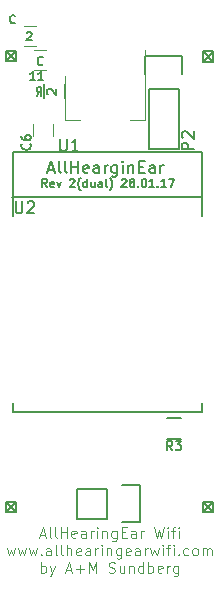
<source format=gbr>
G04 #@! TF.FileFunction,Legend,Top*
%FSLAX46Y46*%
G04 Gerber Fmt 4.6, Leading zero omitted, Abs format (unit mm)*
G04 Created by KiCad (PCBNEW 4.0.4-stable) date 01/28/17 22:02:24*
%MOMM*%
%LPD*%
G01*
G04 APERTURE LIST*
%ADD10C,0.100000*%
%ADD11C,0.175000*%
%ADD12C,0.125000*%
%ADD13C,0.127000*%
%ADD14C,0.152400*%
%ADD15C,0.150000*%
%ADD16C,0.120000*%
G04 APERTURE END LIST*
D10*
D11*
X145346667Y-62140000D02*
X145313333Y-62106667D01*
X145213333Y-62073333D01*
X145146667Y-62073333D01*
X145046667Y-62106667D01*
X144980000Y-62173333D01*
X144946667Y-62240000D01*
X144913333Y-62373333D01*
X144913333Y-62473333D01*
X144946667Y-62606667D01*
X144980000Y-62673333D01*
X145046667Y-62740000D01*
X145146667Y-62773333D01*
X145213333Y-62773333D01*
X145313333Y-62740000D01*
X145346667Y-62706667D01*
X142986667Y-58630000D02*
X142953333Y-58596667D01*
X142853333Y-58563333D01*
X142786667Y-58563333D01*
X142686667Y-58596667D01*
X142620000Y-58663333D01*
X142586667Y-58730000D01*
X142553333Y-58863333D01*
X142553333Y-58963333D01*
X142586667Y-59096667D01*
X142620000Y-59163333D01*
X142686667Y-59230000D01*
X142786667Y-59263333D01*
X142853333Y-59263333D01*
X142953333Y-59230000D01*
X142986667Y-59196667D01*
X144823333Y-65386667D02*
X145056667Y-65053333D01*
X145223333Y-65386667D02*
X145223333Y-64686667D01*
X144956667Y-64686667D01*
X144890000Y-64720000D01*
X144856667Y-64753333D01*
X144823333Y-64820000D01*
X144823333Y-64920000D01*
X144856667Y-64986667D01*
X144890000Y-65020000D01*
X144956667Y-65053333D01*
X145223333Y-65053333D01*
D12*
X145117143Y-102555000D02*
X145545714Y-102555000D01*
X145031428Y-102812143D02*
X145331428Y-101912143D01*
X145631428Y-102812143D01*
X146060000Y-102812143D02*
X145974286Y-102769286D01*
X145931429Y-102683571D01*
X145931429Y-101912143D01*
X146531429Y-102812143D02*
X146445715Y-102769286D01*
X146402858Y-102683571D01*
X146402858Y-101912143D01*
X146874287Y-102812143D02*
X146874287Y-101912143D01*
X146874287Y-102340714D02*
X147388572Y-102340714D01*
X147388572Y-102812143D02*
X147388572Y-101912143D01*
X148160001Y-102769286D02*
X148074287Y-102812143D01*
X147902858Y-102812143D01*
X147817144Y-102769286D01*
X147774287Y-102683571D01*
X147774287Y-102340714D01*
X147817144Y-102255000D01*
X147902858Y-102212143D01*
X148074287Y-102212143D01*
X148160001Y-102255000D01*
X148202858Y-102340714D01*
X148202858Y-102426429D01*
X147774287Y-102512143D01*
X148974287Y-102812143D02*
X148974287Y-102340714D01*
X148931430Y-102255000D01*
X148845716Y-102212143D01*
X148674287Y-102212143D01*
X148588573Y-102255000D01*
X148974287Y-102769286D02*
X148888573Y-102812143D01*
X148674287Y-102812143D01*
X148588573Y-102769286D01*
X148545716Y-102683571D01*
X148545716Y-102597857D01*
X148588573Y-102512143D01*
X148674287Y-102469286D01*
X148888573Y-102469286D01*
X148974287Y-102426429D01*
X149402859Y-102812143D02*
X149402859Y-102212143D01*
X149402859Y-102383571D02*
X149445716Y-102297857D01*
X149488573Y-102255000D01*
X149574287Y-102212143D01*
X149660002Y-102212143D01*
X149960002Y-102812143D02*
X149960002Y-102212143D01*
X149960002Y-101912143D02*
X149917145Y-101955000D01*
X149960002Y-101997857D01*
X150002859Y-101955000D01*
X149960002Y-101912143D01*
X149960002Y-101997857D01*
X150388573Y-102212143D02*
X150388573Y-102812143D01*
X150388573Y-102297857D02*
X150431430Y-102255000D01*
X150517144Y-102212143D01*
X150645716Y-102212143D01*
X150731430Y-102255000D01*
X150774287Y-102340714D01*
X150774287Y-102812143D01*
X151588573Y-102212143D02*
X151588573Y-102940714D01*
X151545716Y-103026429D01*
X151502859Y-103069286D01*
X151417144Y-103112143D01*
X151288573Y-103112143D01*
X151202859Y-103069286D01*
X151588573Y-102769286D02*
X151502859Y-102812143D01*
X151331430Y-102812143D01*
X151245716Y-102769286D01*
X151202859Y-102726429D01*
X151160002Y-102640714D01*
X151160002Y-102383571D01*
X151202859Y-102297857D01*
X151245716Y-102255000D01*
X151331430Y-102212143D01*
X151502859Y-102212143D01*
X151588573Y-102255000D01*
X152017145Y-102340714D02*
X152317145Y-102340714D01*
X152445716Y-102812143D02*
X152017145Y-102812143D01*
X152017145Y-101912143D01*
X152445716Y-101912143D01*
X153217145Y-102812143D02*
X153217145Y-102340714D01*
X153174288Y-102255000D01*
X153088574Y-102212143D01*
X152917145Y-102212143D01*
X152831431Y-102255000D01*
X153217145Y-102769286D02*
X153131431Y-102812143D01*
X152917145Y-102812143D01*
X152831431Y-102769286D01*
X152788574Y-102683571D01*
X152788574Y-102597857D01*
X152831431Y-102512143D01*
X152917145Y-102469286D01*
X153131431Y-102469286D01*
X153217145Y-102426429D01*
X153645717Y-102812143D02*
X153645717Y-102212143D01*
X153645717Y-102383571D02*
X153688574Y-102297857D01*
X153731431Y-102255000D01*
X153817145Y-102212143D01*
X153902860Y-102212143D01*
X154802859Y-101912143D02*
X155017145Y-102812143D01*
X155188574Y-102169286D01*
X155360002Y-102812143D01*
X155574288Y-101912143D01*
X155917145Y-102812143D02*
X155917145Y-102212143D01*
X155917145Y-101912143D02*
X155874288Y-101955000D01*
X155917145Y-101997857D01*
X155960002Y-101955000D01*
X155917145Y-101912143D01*
X155917145Y-101997857D01*
X156217144Y-102212143D02*
X156560001Y-102212143D01*
X156345716Y-102812143D02*
X156345716Y-102040714D01*
X156388573Y-101955000D01*
X156474287Y-101912143D01*
X156560001Y-101912143D01*
X156860002Y-102812143D02*
X156860002Y-102212143D01*
X156860002Y-101912143D02*
X156817145Y-101955000D01*
X156860002Y-101997857D01*
X156902859Y-101955000D01*
X156860002Y-101912143D01*
X156860002Y-101997857D01*
X142288570Y-103687143D02*
X142459999Y-104287143D01*
X142631428Y-103858571D01*
X142802856Y-104287143D01*
X142974285Y-103687143D01*
X143231427Y-103687143D02*
X143402856Y-104287143D01*
X143574285Y-103858571D01*
X143745713Y-104287143D01*
X143917142Y-103687143D01*
X144174284Y-103687143D02*
X144345713Y-104287143D01*
X144517142Y-103858571D01*
X144688570Y-104287143D01*
X144859999Y-103687143D01*
X145202856Y-104201429D02*
X145245713Y-104244286D01*
X145202856Y-104287143D01*
X145159999Y-104244286D01*
X145202856Y-104201429D01*
X145202856Y-104287143D01*
X146017141Y-104287143D02*
X146017141Y-103815714D01*
X145974284Y-103730000D01*
X145888570Y-103687143D01*
X145717141Y-103687143D01*
X145631427Y-103730000D01*
X146017141Y-104244286D02*
X145931427Y-104287143D01*
X145717141Y-104287143D01*
X145631427Y-104244286D01*
X145588570Y-104158571D01*
X145588570Y-104072857D01*
X145631427Y-103987143D01*
X145717141Y-103944286D01*
X145931427Y-103944286D01*
X146017141Y-103901429D01*
X146574284Y-104287143D02*
X146488570Y-104244286D01*
X146445713Y-104158571D01*
X146445713Y-103387143D01*
X147045713Y-104287143D02*
X146959999Y-104244286D01*
X146917142Y-104158571D01*
X146917142Y-103387143D01*
X147388571Y-104287143D02*
X147388571Y-103387143D01*
X147774285Y-104287143D02*
X147774285Y-103815714D01*
X147731428Y-103730000D01*
X147645714Y-103687143D01*
X147517142Y-103687143D01*
X147431428Y-103730000D01*
X147388571Y-103772857D01*
X148545714Y-104244286D02*
X148460000Y-104287143D01*
X148288571Y-104287143D01*
X148202857Y-104244286D01*
X148160000Y-104158571D01*
X148160000Y-103815714D01*
X148202857Y-103730000D01*
X148288571Y-103687143D01*
X148460000Y-103687143D01*
X148545714Y-103730000D01*
X148588571Y-103815714D01*
X148588571Y-103901429D01*
X148160000Y-103987143D01*
X149360000Y-104287143D02*
X149360000Y-103815714D01*
X149317143Y-103730000D01*
X149231429Y-103687143D01*
X149060000Y-103687143D01*
X148974286Y-103730000D01*
X149360000Y-104244286D02*
X149274286Y-104287143D01*
X149060000Y-104287143D01*
X148974286Y-104244286D01*
X148931429Y-104158571D01*
X148931429Y-104072857D01*
X148974286Y-103987143D01*
X149060000Y-103944286D01*
X149274286Y-103944286D01*
X149360000Y-103901429D01*
X149788572Y-104287143D02*
X149788572Y-103687143D01*
X149788572Y-103858571D02*
X149831429Y-103772857D01*
X149874286Y-103730000D01*
X149960000Y-103687143D01*
X150045715Y-103687143D01*
X150345715Y-104287143D02*
X150345715Y-103687143D01*
X150345715Y-103387143D02*
X150302858Y-103430000D01*
X150345715Y-103472857D01*
X150388572Y-103430000D01*
X150345715Y-103387143D01*
X150345715Y-103472857D01*
X150774286Y-103687143D02*
X150774286Y-104287143D01*
X150774286Y-103772857D02*
X150817143Y-103730000D01*
X150902857Y-103687143D01*
X151031429Y-103687143D01*
X151117143Y-103730000D01*
X151160000Y-103815714D01*
X151160000Y-104287143D01*
X151974286Y-103687143D02*
X151974286Y-104415714D01*
X151931429Y-104501429D01*
X151888572Y-104544286D01*
X151802857Y-104587143D01*
X151674286Y-104587143D01*
X151588572Y-104544286D01*
X151974286Y-104244286D02*
X151888572Y-104287143D01*
X151717143Y-104287143D01*
X151631429Y-104244286D01*
X151588572Y-104201429D01*
X151545715Y-104115714D01*
X151545715Y-103858571D01*
X151588572Y-103772857D01*
X151631429Y-103730000D01*
X151717143Y-103687143D01*
X151888572Y-103687143D01*
X151974286Y-103730000D01*
X152745715Y-104244286D02*
X152660001Y-104287143D01*
X152488572Y-104287143D01*
X152402858Y-104244286D01*
X152360001Y-104158571D01*
X152360001Y-103815714D01*
X152402858Y-103730000D01*
X152488572Y-103687143D01*
X152660001Y-103687143D01*
X152745715Y-103730000D01*
X152788572Y-103815714D01*
X152788572Y-103901429D01*
X152360001Y-103987143D01*
X153560001Y-104287143D02*
X153560001Y-103815714D01*
X153517144Y-103730000D01*
X153431430Y-103687143D01*
X153260001Y-103687143D01*
X153174287Y-103730000D01*
X153560001Y-104244286D02*
X153474287Y-104287143D01*
X153260001Y-104287143D01*
X153174287Y-104244286D01*
X153131430Y-104158571D01*
X153131430Y-104072857D01*
X153174287Y-103987143D01*
X153260001Y-103944286D01*
X153474287Y-103944286D01*
X153560001Y-103901429D01*
X153988573Y-104287143D02*
X153988573Y-103687143D01*
X153988573Y-103858571D02*
X154031430Y-103772857D01*
X154074287Y-103730000D01*
X154160001Y-103687143D01*
X154245716Y-103687143D01*
X154460001Y-103687143D02*
X154631430Y-104287143D01*
X154802859Y-103858571D01*
X154974287Y-104287143D01*
X155145716Y-103687143D01*
X155488573Y-104287143D02*
X155488573Y-103687143D01*
X155488573Y-103387143D02*
X155445716Y-103430000D01*
X155488573Y-103472857D01*
X155531430Y-103430000D01*
X155488573Y-103387143D01*
X155488573Y-103472857D01*
X155788572Y-103687143D02*
X156131429Y-103687143D01*
X155917144Y-104287143D02*
X155917144Y-103515714D01*
X155960001Y-103430000D01*
X156045715Y-103387143D01*
X156131429Y-103387143D01*
X156431430Y-104287143D02*
X156431430Y-103687143D01*
X156431430Y-103387143D02*
X156388573Y-103430000D01*
X156431430Y-103472857D01*
X156474287Y-103430000D01*
X156431430Y-103387143D01*
X156431430Y-103472857D01*
X156860001Y-104201429D02*
X156902858Y-104244286D01*
X156860001Y-104287143D01*
X156817144Y-104244286D01*
X156860001Y-104201429D01*
X156860001Y-104287143D01*
X157674286Y-104244286D02*
X157588572Y-104287143D01*
X157417143Y-104287143D01*
X157331429Y-104244286D01*
X157288572Y-104201429D01*
X157245715Y-104115714D01*
X157245715Y-103858571D01*
X157288572Y-103772857D01*
X157331429Y-103730000D01*
X157417143Y-103687143D01*
X157588572Y-103687143D01*
X157674286Y-103730000D01*
X158188572Y-104287143D02*
X158102858Y-104244286D01*
X158060001Y-104201429D01*
X158017144Y-104115714D01*
X158017144Y-103858571D01*
X158060001Y-103772857D01*
X158102858Y-103730000D01*
X158188572Y-103687143D01*
X158317144Y-103687143D01*
X158402858Y-103730000D01*
X158445715Y-103772857D01*
X158488572Y-103858571D01*
X158488572Y-104115714D01*
X158445715Y-104201429D01*
X158402858Y-104244286D01*
X158317144Y-104287143D01*
X158188572Y-104287143D01*
X158874287Y-104287143D02*
X158874287Y-103687143D01*
X158874287Y-103772857D02*
X158917144Y-103730000D01*
X159002858Y-103687143D01*
X159131430Y-103687143D01*
X159217144Y-103730000D01*
X159260001Y-103815714D01*
X159260001Y-104287143D01*
X159260001Y-103815714D02*
X159302858Y-103730000D01*
X159388572Y-103687143D01*
X159517144Y-103687143D01*
X159602858Y-103730000D01*
X159645715Y-103815714D01*
X159645715Y-104287143D01*
X145202857Y-105762143D02*
X145202857Y-104862143D01*
X145202857Y-105205000D02*
X145288571Y-105162143D01*
X145460000Y-105162143D01*
X145545714Y-105205000D01*
X145588571Y-105247857D01*
X145631428Y-105333571D01*
X145631428Y-105590714D01*
X145588571Y-105676429D01*
X145545714Y-105719286D01*
X145460000Y-105762143D01*
X145288571Y-105762143D01*
X145202857Y-105719286D01*
X145931428Y-105162143D02*
X146145714Y-105762143D01*
X146360000Y-105162143D02*
X146145714Y-105762143D01*
X146060000Y-105976429D01*
X146017143Y-106019286D01*
X145931428Y-106062143D01*
X147345714Y-105505000D02*
X147774285Y-105505000D01*
X147259999Y-105762143D02*
X147559999Y-104862143D01*
X147859999Y-105762143D01*
X148160000Y-105419286D02*
X148845714Y-105419286D01*
X148502857Y-105762143D02*
X148502857Y-105076429D01*
X149274286Y-105762143D02*
X149274286Y-104862143D01*
X149574286Y-105505000D01*
X149874286Y-104862143D01*
X149874286Y-105762143D01*
X150945714Y-105719286D02*
X151074285Y-105762143D01*
X151288571Y-105762143D01*
X151374285Y-105719286D01*
X151417142Y-105676429D01*
X151459999Y-105590714D01*
X151459999Y-105505000D01*
X151417142Y-105419286D01*
X151374285Y-105376429D01*
X151288571Y-105333571D01*
X151117142Y-105290714D01*
X151031428Y-105247857D01*
X150988571Y-105205000D01*
X150945714Y-105119286D01*
X150945714Y-105033571D01*
X150988571Y-104947857D01*
X151031428Y-104905000D01*
X151117142Y-104862143D01*
X151331428Y-104862143D01*
X151459999Y-104905000D01*
X152231428Y-105162143D02*
X152231428Y-105762143D01*
X151845714Y-105162143D02*
X151845714Y-105633571D01*
X151888571Y-105719286D01*
X151974285Y-105762143D01*
X152102857Y-105762143D01*
X152188571Y-105719286D01*
X152231428Y-105676429D01*
X152660000Y-105162143D02*
X152660000Y-105762143D01*
X152660000Y-105247857D02*
X152702857Y-105205000D01*
X152788571Y-105162143D01*
X152917143Y-105162143D01*
X153002857Y-105205000D01*
X153045714Y-105290714D01*
X153045714Y-105762143D01*
X153860000Y-105762143D02*
X153860000Y-104862143D01*
X153860000Y-105719286D02*
X153774286Y-105762143D01*
X153602857Y-105762143D01*
X153517143Y-105719286D01*
X153474286Y-105676429D01*
X153431429Y-105590714D01*
X153431429Y-105333571D01*
X153474286Y-105247857D01*
X153517143Y-105205000D01*
X153602857Y-105162143D01*
X153774286Y-105162143D01*
X153860000Y-105205000D01*
X154288572Y-105762143D02*
X154288572Y-104862143D01*
X154288572Y-105205000D02*
X154374286Y-105162143D01*
X154545715Y-105162143D01*
X154631429Y-105205000D01*
X154674286Y-105247857D01*
X154717143Y-105333571D01*
X154717143Y-105590714D01*
X154674286Y-105676429D01*
X154631429Y-105719286D01*
X154545715Y-105762143D01*
X154374286Y-105762143D01*
X154288572Y-105719286D01*
X155445715Y-105719286D02*
X155360001Y-105762143D01*
X155188572Y-105762143D01*
X155102858Y-105719286D01*
X155060001Y-105633571D01*
X155060001Y-105290714D01*
X155102858Y-105205000D01*
X155188572Y-105162143D01*
X155360001Y-105162143D01*
X155445715Y-105205000D01*
X155488572Y-105290714D01*
X155488572Y-105376429D01*
X155060001Y-105462143D01*
X155874287Y-105762143D02*
X155874287Y-105162143D01*
X155874287Y-105333571D02*
X155917144Y-105247857D01*
X155960001Y-105205000D01*
X156045715Y-105162143D01*
X156131430Y-105162143D01*
X156817144Y-105162143D02*
X156817144Y-105890714D01*
X156774287Y-105976429D01*
X156731430Y-106019286D01*
X156645715Y-106062143D01*
X156517144Y-106062143D01*
X156431430Y-106019286D01*
X156817144Y-105719286D02*
X156731430Y-105762143D01*
X156560001Y-105762143D01*
X156474287Y-105719286D01*
X156431430Y-105676429D01*
X156388573Y-105590714D01*
X156388573Y-105333571D01*
X156431430Y-105247857D01*
X156474287Y-105205000D01*
X156560001Y-105162143D01*
X156731430Y-105162143D01*
X156817144Y-105205000D01*
D13*
X158910000Y-100660000D02*
X159785000Y-100660000D01*
X159760000Y-99810000D02*
X158910000Y-100660000D01*
D11*
X145710000Y-73126667D02*
X145476666Y-72793333D01*
X145310000Y-73126667D02*
X145310000Y-72426667D01*
X145576666Y-72426667D01*
X145643333Y-72460000D01*
X145676666Y-72493333D01*
X145710000Y-72560000D01*
X145710000Y-72660000D01*
X145676666Y-72726667D01*
X145643333Y-72760000D01*
X145576666Y-72793333D01*
X145310000Y-72793333D01*
X146276666Y-73093333D02*
X146210000Y-73126667D01*
X146076666Y-73126667D01*
X146010000Y-73093333D01*
X145976666Y-73026667D01*
X145976666Y-72760000D01*
X146010000Y-72693333D01*
X146076666Y-72660000D01*
X146210000Y-72660000D01*
X146276666Y-72693333D01*
X146310000Y-72760000D01*
X146310000Y-72826667D01*
X145976666Y-72893333D01*
X146543333Y-72660000D02*
X146710000Y-73126667D01*
X146876666Y-72660000D01*
X147643332Y-72493333D02*
X147676666Y-72460000D01*
X147743332Y-72426667D01*
X147909999Y-72426667D01*
X147976666Y-72460000D01*
X148009999Y-72493333D01*
X148043332Y-72560000D01*
X148043332Y-72626667D01*
X148009999Y-72726667D01*
X147609999Y-73126667D01*
X148043332Y-73126667D01*
X148543333Y-73393333D02*
X148509999Y-73360000D01*
X148443333Y-73260000D01*
X148409999Y-73193333D01*
X148376666Y-73093333D01*
X148343333Y-72926667D01*
X148343333Y-72793333D01*
X148376666Y-72626667D01*
X148409999Y-72526667D01*
X148443333Y-72460000D01*
X148509999Y-72360000D01*
X148543333Y-72326667D01*
X149110000Y-73126667D02*
X149110000Y-72426667D01*
X149110000Y-73093333D02*
X149043333Y-73126667D01*
X148910000Y-73126667D01*
X148843333Y-73093333D01*
X148810000Y-73060000D01*
X148776666Y-72993333D01*
X148776666Y-72793333D01*
X148810000Y-72726667D01*
X148843333Y-72693333D01*
X148910000Y-72660000D01*
X149043333Y-72660000D01*
X149110000Y-72693333D01*
X149743333Y-72660000D02*
X149743333Y-73126667D01*
X149443333Y-72660000D02*
X149443333Y-73026667D01*
X149476666Y-73093333D01*
X149543333Y-73126667D01*
X149643333Y-73126667D01*
X149709999Y-73093333D01*
X149743333Y-73060000D01*
X150376666Y-73126667D02*
X150376666Y-72760000D01*
X150343332Y-72693333D01*
X150276666Y-72660000D01*
X150143332Y-72660000D01*
X150076666Y-72693333D01*
X150376666Y-73093333D02*
X150309999Y-73126667D01*
X150143332Y-73126667D01*
X150076666Y-73093333D01*
X150043332Y-73026667D01*
X150043332Y-72960000D01*
X150076666Y-72893333D01*
X150143332Y-72860000D01*
X150309999Y-72860000D01*
X150376666Y-72826667D01*
X150809999Y-73126667D02*
X150743332Y-73093333D01*
X150709999Y-73026667D01*
X150709999Y-72426667D01*
X151009999Y-73393333D02*
X151043332Y-73360000D01*
X151109999Y-73260000D01*
X151143332Y-73193333D01*
X151176666Y-73093333D01*
X151209999Y-72926667D01*
X151209999Y-72793333D01*
X151176666Y-72626667D01*
X151143332Y-72526667D01*
X151109999Y-72460000D01*
X151043332Y-72360000D01*
X151009999Y-72326667D01*
X152043332Y-72493333D02*
X152076666Y-72460000D01*
X152143332Y-72426667D01*
X152309999Y-72426667D01*
X152376666Y-72460000D01*
X152409999Y-72493333D01*
X152443332Y-72560000D01*
X152443332Y-72626667D01*
X152409999Y-72726667D01*
X152009999Y-73126667D01*
X152443332Y-73126667D01*
X152843333Y-72726667D02*
X152776666Y-72693333D01*
X152743333Y-72660000D01*
X152709999Y-72593333D01*
X152709999Y-72560000D01*
X152743333Y-72493333D01*
X152776666Y-72460000D01*
X152843333Y-72426667D01*
X152976666Y-72426667D01*
X153043333Y-72460000D01*
X153076666Y-72493333D01*
X153109999Y-72560000D01*
X153109999Y-72593333D01*
X153076666Y-72660000D01*
X153043333Y-72693333D01*
X152976666Y-72726667D01*
X152843333Y-72726667D01*
X152776666Y-72760000D01*
X152743333Y-72793333D01*
X152709999Y-72860000D01*
X152709999Y-72993333D01*
X152743333Y-73060000D01*
X152776666Y-73093333D01*
X152843333Y-73126667D01*
X152976666Y-73126667D01*
X153043333Y-73093333D01*
X153076666Y-73060000D01*
X153109999Y-72993333D01*
X153109999Y-72860000D01*
X153076666Y-72793333D01*
X153043333Y-72760000D01*
X152976666Y-72726667D01*
X153410000Y-73060000D02*
X153443333Y-73093333D01*
X153410000Y-73126667D01*
X153376666Y-73093333D01*
X153410000Y-73060000D01*
X153410000Y-73126667D01*
X153876666Y-72426667D02*
X153943333Y-72426667D01*
X154009999Y-72460000D01*
X154043333Y-72493333D01*
X154076666Y-72560000D01*
X154109999Y-72693333D01*
X154109999Y-72860000D01*
X154076666Y-72993333D01*
X154043333Y-73060000D01*
X154009999Y-73093333D01*
X153943333Y-73126667D01*
X153876666Y-73126667D01*
X153809999Y-73093333D01*
X153776666Y-73060000D01*
X153743333Y-72993333D01*
X153709999Y-72860000D01*
X153709999Y-72693333D01*
X153743333Y-72560000D01*
X153776666Y-72493333D01*
X153809999Y-72460000D01*
X153876666Y-72426667D01*
X154776666Y-73126667D02*
X154376666Y-73126667D01*
X154576666Y-73126667D02*
X154576666Y-72426667D01*
X154510000Y-72526667D01*
X154443333Y-72593333D01*
X154376666Y-72626667D01*
X155076667Y-73060000D02*
X155110000Y-73093333D01*
X155076667Y-73126667D01*
X155043333Y-73093333D01*
X155076667Y-73060000D01*
X155076667Y-73126667D01*
X155776666Y-73126667D02*
X155376666Y-73126667D01*
X155576666Y-73126667D02*
X155576666Y-72426667D01*
X155510000Y-72526667D01*
X155443333Y-72593333D01*
X155376666Y-72626667D01*
X156010000Y-72426667D02*
X156476667Y-72426667D01*
X156176667Y-73126667D01*
D13*
X159785000Y-100660000D02*
X158910000Y-99785000D01*
X159785000Y-99785000D02*
X158910000Y-99785000D01*
X158910000Y-100660000D02*
X158910000Y-99785000D01*
X159785000Y-100660000D02*
X159785000Y-99785000D01*
X143105000Y-100640000D02*
X143105000Y-99765000D01*
X142230000Y-100640000D02*
X143105000Y-100640000D01*
X142230000Y-100640000D02*
X142230000Y-99765000D01*
X143080000Y-99790000D02*
X142230000Y-100640000D01*
X143105000Y-99765000D02*
X142230000Y-99765000D01*
X143105000Y-100640000D02*
X142230000Y-99765000D01*
X143115000Y-62480000D02*
X142240000Y-61605000D01*
X143115000Y-61605000D02*
X142240000Y-61605000D01*
X143090000Y-61630000D02*
X142240000Y-62480000D01*
X142240000Y-62480000D02*
X142240000Y-61605000D01*
X142240000Y-62480000D02*
X143115000Y-62480000D01*
X143115000Y-62480000D02*
X143115000Y-61605000D01*
X159750000Y-62500000D02*
X159750000Y-61625000D01*
X158875000Y-62500000D02*
X159750000Y-62500000D01*
X158875000Y-62500000D02*
X158875000Y-61625000D01*
X159725000Y-61650000D02*
X158875000Y-62500000D01*
X159750000Y-61625000D02*
X158875000Y-61625000D01*
X159750000Y-62500000D02*
X158875000Y-61625000D01*
D14*
X142790000Y-70180000D02*
X158790000Y-70180000D01*
X158790000Y-70180000D02*
X158790000Y-75580000D01*
X142790000Y-70180000D02*
X142790000Y-75580000D01*
X142790000Y-91380000D02*
X142790000Y-92180000D01*
X142790000Y-92180000D02*
X158790000Y-92180000D01*
X158790000Y-92180000D02*
X158790000Y-91380000D01*
X142782000Y-73980000D02*
X158782000Y-73980000D01*
D15*
X157070000Y-94405000D02*
X155870000Y-94405000D01*
X155870000Y-92655000D02*
X157070000Y-92655000D01*
D16*
X147200000Y-67480000D02*
X148460000Y-67480000D01*
X154020000Y-67480000D02*
X152760000Y-67480000D01*
X147200000Y-63720000D02*
X147200000Y-67480000D01*
X154020000Y-61470000D02*
X154020000Y-67480000D01*
X144530000Y-67780000D02*
X144530000Y-68780000D01*
X146230000Y-68780000D02*
X146230000Y-67780000D01*
X143730000Y-61190000D02*
X144730000Y-61190000D01*
X144730000Y-59490000D02*
X143730000Y-59490000D01*
X144600000Y-63230000D02*
X145600000Y-63230000D01*
X145600000Y-61530000D02*
X144600000Y-61530000D01*
D15*
X157120000Y-63570000D02*
X157120000Y-62020000D01*
X157120000Y-62020000D02*
X154020000Y-62020000D01*
X154020000Y-62020000D02*
X154020000Y-63570000D01*
X156840000Y-64840000D02*
X156840000Y-69920000D01*
X156840000Y-69920000D02*
X154300000Y-69920000D01*
X154300000Y-69920000D02*
X154300000Y-64840000D01*
X154300000Y-64840000D02*
X156840000Y-64840000D01*
X153580000Y-98360000D02*
X152030000Y-98360000D01*
X148220000Y-98640000D02*
X150760000Y-98640000D01*
X150760000Y-98640000D02*
X150760000Y-101180000D01*
X152030000Y-101460000D02*
X153580000Y-101460000D01*
X153580000Y-101460000D02*
X153580000Y-98360000D01*
X150760000Y-101180000D02*
X148220000Y-101180000D01*
X148220000Y-101180000D02*
X148220000Y-98640000D01*
X147195000Y-64410000D02*
X147195000Y-65610000D01*
X145445000Y-65610000D02*
X145445000Y-64410000D01*
X143053095Y-74332381D02*
X143053095Y-75141905D01*
X143100714Y-75237143D01*
X143148333Y-75284762D01*
X143243571Y-75332381D01*
X143434048Y-75332381D01*
X143529286Y-75284762D01*
X143576905Y-75237143D01*
X143624524Y-75141905D01*
X143624524Y-74332381D01*
X144053095Y-74427619D02*
X144100714Y-74380000D01*
X144195952Y-74332381D01*
X144434048Y-74332381D01*
X144529286Y-74380000D01*
X144576905Y-74427619D01*
X144624524Y-74522857D01*
X144624524Y-74618095D01*
X144576905Y-74760952D01*
X144005476Y-75332381D01*
X144624524Y-75332381D01*
X145816666Y-71636667D02*
X146292857Y-71636667D01*
X145721428Y-71922381D02*
X146054761Y-70922381D01*
X146388095Y-71922381D01*
X146864285Y-71922381D02*
X146769047Y-71874762D01*
X146721428Y-71779524D01*
X146721428Y-70922381D01*
X147388095Y-71922381D02*
X147292857Y-71874762D01*
X147245238Y-71779524D01*
X147245238Y-70922381D01*
X147769048Y-71922381D02*
X147769048Y-70922381D01*
X147769048Y-71398571D02*
X148340477Y-71398571D01*
X148340477Y-71922381D02*
X148340477Y-70922381D01*
X149197620Y-71874762D02*
X149102382Y-71922381D01*
X148911905Y-71922381D01*
X148816667Y-71874762D01*
X148769048Y-71779524D01*
X148769048Y-71398571D01*
X148816667Y-71303333D01*
X148911905Y-71255714D01*
X149102382Y-71255714D01*
X149197620Y-71303333D01*
X149245239Y-71398571D01*
X149245239Y-71493810D01*
X148769048Y-71589048D01*
X150102382Y-71922381D02*
X150102382Y-71398571D01*
X150054763Y-71303333D01*
X149959525Y-71255714D01*
X149769048Y-71255714D01*
X149673810Y-71303333D01*
X150102382Y-71874762D02*
X150007144Y-71922381D01*
X149769048Y-71922381D01*
X149673810Y-71874762D01*
X149626191Y-71779524D01*
X149626191Y-71684286D01*
X149673810Y-71589048D01*
X149769048Y-71541429D01*
X150007144Y-71541429D01*
X150102382Y-71493810D01*
X150578572Y-71922381D02*
X150578572Y-71255714D01*
X150578572Y-71446190D02*
X150626191Y-71350952D01*
X150673810Y-71303333D01*
X150769048Y-71255714D01*
X150864287Y-71255714D01*
X151626192Y-71255714D02*
X151626192Y-72065238D01*
X151578573Y-72160476D01*
X151530954Y-72208095D01*
X151435715Y-72255714D01*
X151292858Y-72255714D01*
X151197620Y-72208095D01*
X151626192Y-71874762D02*
X151530954Y-71922381D01*
X151340477Y-71922381D01*
X151245239Y-71874762D01*
X151197620Y-71827143D01*
X151150001Y-71731905D01*
X151150001Y-71446190D01*
X151197620Y-71350952D01*
X151245239Y-71303333D01*
X151340477Y-71255714D01*
X151530954Y-71255714D01*
X151626192Y-71303333D01*
X152102382Y-71922381D02*
X152102382Y-71255714D01*
X152102382Y-70922381D02*
X152054763Y-70970000D01*
X152102382Y-71017619D01*
X152150001Y-70970000D01*
X152102382Y-70922381D01*
X152102382Y-71017619D01*
X152578572Y-71255714D02*
X152578572Y-71922381D01*
X152578572Y-71350952D02*
X152626191Y-71303333D01*
X152721429Y-71255714D01*
X152864287Y-71255714D01*
X152959525Y-71303333D01*
X153007144Y-71398571D01*
X153007144Y-71922381D01*
X153483334Y-71398571D02*
X153816668Y-71398571D01*
X153959525Y-71922381D02*
X153483334Y-71922381D01*
X153483334Y-70922381D01*
X153959525Y-70922381D01*
X154816668Y-71922381D02*
X154816668Y-71398571D01*
X154769049Y-71303333D01*
X154673811Y-71255714D01*
X154483334Y-71255714D01*
X154388096Y-71303333D01*
X154816668Y-71874762D02*
X154721430Y-71922381D01*
X154483334Y-71922381D01*
X154388096Y-71874762D01*
X154340477Y-71779524D01*
X154340477Y-71684286D01*
X154388096Y-71589048D01*
X154483334Y-71541429D01*
X154721430Y-71541429D01*
X154816668Y-71493810D01*
X155292858Y-71922381D02*
X155292858Y-71255714D01*
X155292858Y-71446190D02*
X155340477Y-71350952D01*
X155388096Y-71303333D01*
X155483334Y-71255714D01*
X155578573Y-71255714D01*
X156316667Y-95381905D02*
X156050000Y-95000952D01*
X155859524Y-95381905D02*
X155859524Y-94581905D01*
X156164286Y-94581905D01*
X156240477Y-94620000D01*
X156278572Y-94658095D01*
X156316667Y-94734286D01*
X156316667Y-94848571D01*
X156278572Y-94924762D01*
X156240477Y-94962857D01*
X156164286Y-95000952D01*
X155859524Y-95000952D01*
X156583334Y-94581905D02*
X157078572Y-94581905D01*
X156811905Y-94886667D01*
X156926191Y-94886667D01*
X157002381Y-94924762D01*
X157040477Y-94962857D01*
X157078572Y-95039048D01*
X157078572Y-95229524D01*
X157040477Y-95305714D01*
X157002381Y-95343810D01*
X156926191Y-95381905D01*
X156697619Y-95381905D01*
X156621429Y-95343810D01*
X156583334Y-95305714D01*
X146798095Y-69052381D02*
X146798095Y-69861905D01*
X146845714Y-69957143D01*
X146893333Y-70004762D01*
X146988571Y-70052381D01*
X147179048Y-70052381D01*
X147274286Y-70004762D01*
X147321905Y-69957143D01*
X147369524Y-69861905D01*
X147369524Y-69052381D01*
X148369524Y-70052381D02*
X147798095Y-70052381D01*
X148083809Y-70052381D02*
X148083809Y-69052381D01*
X147988571Y-69195238D01*
X147893333Y-69290476D01*
X147798095Y-69338095D01*
X144265714Y-69443333D02*
X144303810Y-69481428D01*
X144341905Y-69595714D01*
X144341905Y-69671904D01*
X144303810Y-69786190D01*
X144227619Y-69862381D01*
X144151429Y-69900476D01*
X143999048Y-69938571D01*
X143884762Y-69938571D01*
X143732381Y-69900476D01*
X143656190Y-69862381D01*
X143580000Y-69786190D01*
X143541905Y-69671904D01*
X143541905Y-69595714D01*
X143580000Y-69481428D01*
X143618095Y-69443333D01*
X143541905Y-68757619D02*
X143541905Y-68910000D01*
X143580000Y-68986190D01*
X143618095Y-69024285D01*
X143732381Y-69100476D01*
X143884762Y-69138571D01*
X144189524Y-69138571D01*
X144265714Y-69100476D01*
X144303810Y-69062381D01*
X144341905Y-68986190D01*
X144341905Y-68833809D01*
X144303810Y-68757619D01*
X144265714Y-68719523D01*
X144189524Y-68681428D01*
X143999048Y-68681428D01*
X143922857Y-68719523D01*
X143884762Y-68757619D01*
X143846667Y-68833809D01*
X143846667Y-68986190D01*
X143884762Y-69062381D01*
X143922857Y-69100476D01*
X143999048Y-69138571D01*
X144000000Y-60053333D02*
X144033334Y-60020000D01*
X144100000Y-59986667D01*
X144266667Y-59986667D01*
X144333334Y-60020000D01*
X144366667Y-60053333D01*
X144400000Y-60120000D01*
X144400000Y-60186667D01*
X144366667Y-60286667D01*
X143966667Y-60686667D01*
X144400000Y-60686667D01*
X144686666Y-64026667D02*
X144286666Y-64026667D01*
X144486666Y-64026667D02*
X144486666Y-63326667D01*
X144420000Y-63426667D01*
X144353333Y-63493333D01*
X144286666Y-63526667D01*
X145353333Y-64026667D02*
X144953333Y-64026667D01*
X145153333Y-64026667D02*
X145153333Y-63326667D01*
X145086667Y-63426667D01*
X145020000Y-63493333D01*
X144953333Y-63526667D01*
X158122381Y-69918095D02*
X157122381Y-69918095D01*
X157122381Y-69537142D01*
X157170000Y-69441904D01*
X157217619Y-69394285D01*
X157312857Y-69346666D01*
X157455714Y-69346666D01*
X157550952Y-69394285D01*
X157598571Y-69441904D01*
X157646190Y-69537142D01*
X157646190Y-69918095D01*
X157217619Y-68965714D02*
X157170000Y-68918095D01*
X157122381Y-68822857D01*
X157122381Y-68584761D01*
X157170000Y-68489523D01*
X157217619Y-68441904D01*
X157312857Y-68394285D01*
X157408095Y-68394285D01*
X157550952Y-68441904D01*
X158122381Y-69013333D01*
X158122381Y-68394285D01*
X145748095Y-65268571D02*
X145710000Y-65230476D01*
X145671905Y-65154285D01*
X145671905Y-64963809D01*
X145710000Y-64887619D01*
X145748095Y-64849523D01*
X145824286Y-64811428D01*
X145900476Y-64811428D01*
X146014762Y-64849523D01*
X146471905Y-65306666D01*
X146471905Y-64811428D01*
M02*

</source>
